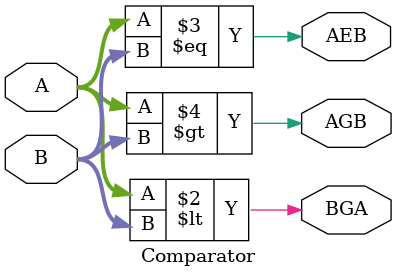
<source format=v>
module Comparator(
  output reg AEB,
  output reg AGB,
  output reg BGA,
  input [3:0] A,
  input [3:0] B
);

  always @(*) begin
    BGA = (A < B);
    AEB = (A == B);
    AGB = (A > B);
  end
  
endmodule
</source>
